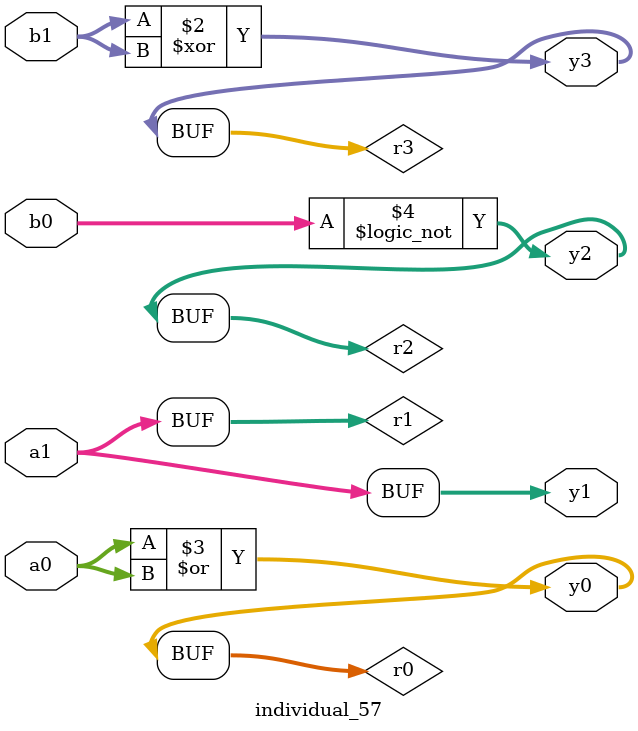
<source format=sv>
module individual_57(input logic [15:0] a1, input logic [15:0] a0, input logic [15:0] b1, input logic [15:0] b0, output logic [15:0] y3, output logic [15:0] y2, output logic [15:0] y1, output logic [15:0] y0);
logic [15:0] r0, r1, r2, r3; 
 always@(*) begin 
	 r0 = a0; r1 = a1; r2 = b0; r3 = b1; 
 	 r3  ^=  r3 ;
 	 r0  |=  a0 ;
 	 r2 = ! r2 ;
 	 y3 = r3; y2 = r2; y1 = r1; y0 = r0; 
end
endmodule
</source>
